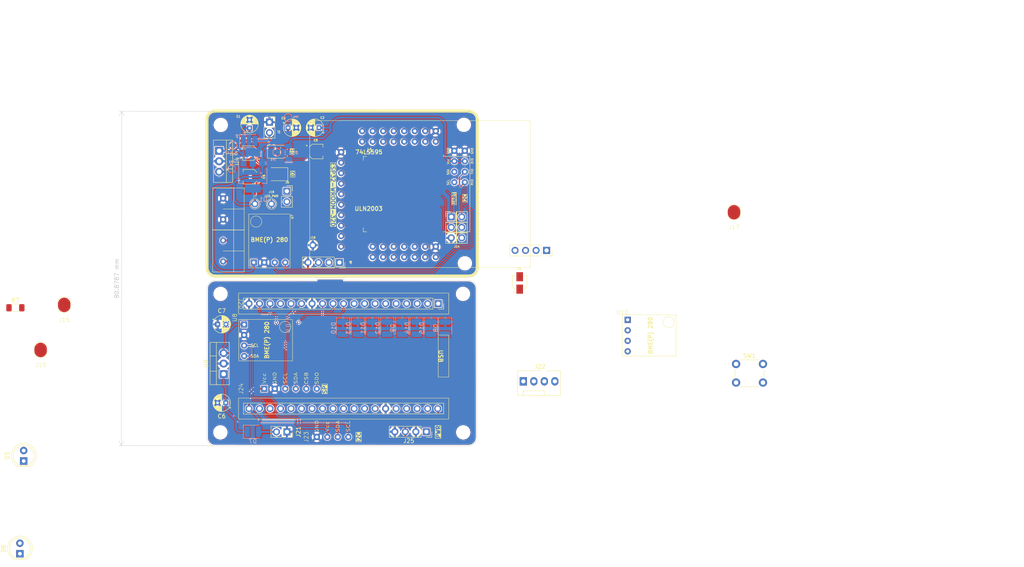
<source format=kicad_pcb>
(kicad_pcb (version 20240108) (generator "pcbnew") (generator_version "8.0")
  (layers (0 "F.Cu" signal) (31 "B.Cu" signal) (34 "B.Paste" user) (35 "F.Paste" user) (36 "B.SilkS" user "B.Silkscreen") (37 "F.SilkS" user "F.Silkscreen") (38 "B.Mask" user) (39 "F.Mask" user) (44 "Edge.Cuts" user))
  (net 0 "")
  (net 1 "GND")
  (net 2 "+3V3")
  (net 3 "+5V")
  (net 4 "/RXD")
  (net 5 "/TXD")
  (net 6 "/SDA")
  (net 7 "/GPIO_33")
  (net 8 "/SCL")
  (net 9 "/OUT3")
  (net 10 "/EN")
  (net 11 "/SOURCE2")
  (net 12 "/SOURCE1")
  (net 13 "/SOURCE3")
  (net 14 "/VDC")
  (net 15 "/DAC1")
  (net 16 "/DAC2")
  (net 17 "/GPIO39")
  (net 18 "/GPIO19")
  (net 19 "/GPIO17")
  (net 20 "/GPIO5")
  (net 21 "/GPIO18")
  (net 22 "/SD_DATA0")
  (net 23 "/ADC2_CH3")
  (net 24 "/SD_DATA3")
  (net 25 "/SD_CMD")
  (net 26 "/SD_CLK")
  (net 27 "/SD_DATA2")
  (net 28 "/SD_DATA1")
  (net 29 "/ADC2_CH0")
  (net 30 "/GPIO23")
  (net 31 "/GPIO36")
  (net 32 "/ADC2_CH2")
  (net 33 "/BOOT")
  (net 34 "/GPIO13")
  (net 35 "/SOURCE4")
  (net 36 "/SOURCE5")
  (net 37 "/SIPO_DATA")
  (net 38 "/SIPO_CLK")
  (net 39 "/SIPO_LATCH")
  (net 40 "/GPIO14")
  (net 41 "/OUT1")
  (net 42 "/VIN")
  (net 45 "Net-(D5-Pad1)")
  (net 46 "Net-(J15-Pin_1)")
  (net 47 "Net-(J19-Pin_1)")
  (net 48 "/OUT2")
  (net 60 "/RX")
  (net 65 "/TX")
  (net 76 "/SCL-2")
  (net 77 "/SDA-2")
  (net 80 "/12V")
  (net 82 "/QB-2")
  (net 83 "/QC-2")
  (net 84 "/QE-2")
  (net 85 "/QA-2")
  (net 86 "/QD-2")
  (net 87 "/QG-2")
  (net 88 "/QH-2")
  (net 89 "/QF-2")
  (net 90 "/SPI-SDO")
  (net 91 "/SPI-CSB")
  (net 92 "/SPI-SCL")
  (net 93 "/SPI-SDA")
  (net 94 "/D23")
  (net 95 "/D18")
  (footprint "Capacitor_THT:CP_Radial_D4.0mm_P2.00mm" (layer "F.Cu") (at 107 44.2 180)
    (property "Reference" "C2")
    (property "Value" "1uF")
  )
  (footprint "LED_SMD:LED_1210_3225Metric_Pad1.42x2.65mm_HandSolder" (layer "F.Cu") (at 97 55.45 180)
    (property "Reference" "D2")
    (property "Value" "STATUS")
  )
  (footprint "Capacitor_SMD:CP_Elec_3x5.3" (layer "F.Cu") (at 90.3 50.35 180)
    (property "Reference" "C4")
    (property "Value" "0.1uF")
  )
  (footprint "Resistor_SMD:R_1206_3216Metric_Pad1.30x1.75mm_HandSolder" (layer "F.Cu") (at 33.612 87.7585)
    (property "Reference" "R7")
    (property "Value" "4K7")
  )
  (footprint "LED_THT:LED_D5.0mm" (layer "F.Cu") (at 34.7 147.25 90)
    (property "Reference" "D6")
    (property "Value" "LED_STATUS")
  )
  (footprint "Button_Switch_THT:SW_PUSH_6mm" (layer "F.Cu") (at 207.8 101.35)
    (property "Reference" "SW1")
    (property "Value" "SW_Push")
  )
  (footprint "Connector:FanPinHeader_1x04_P2.54mm_Vertical" (layer "F.Cu") (at 156.38 105.55)
    (property "Reference" "J22")
    (property "Value" "Conn_01x04_Pin")
  )
  (footprint "Alexander Footprint Library:Pad_1x01_P2.54_SMD" (layer "F.Cu") (at 39.712 102.098)
    (property "Reference" "J19")
    (property "Value" "LED_PWR")
  )
  (footprint "Alexanddr Footprints Library:ESP32-WROOM-Adapter-Socket-2" (layer "F.Cu") (at 127.6 60.25 -90)
    (property "Reference" "J1")
    (property "Value" "~")
  )
  (footprint "Alexander Footprint Library:Pad_1x01_P2.54_SMD" (layer "F.Cu") (at 45.412 91.198)
    (property "Reference" "J15")
    (property "Value" "LED_PWR")
  )
  (footprint "MountingHole:MountingHole_3mm" (layer "F.Cu") (at 142 43.5)
    (property "Reference" "H1" (hide yes))
    (property "Value" "MountingHole_Pad")
  )
  (footprint "Connector_PinSocket_2.54mm:PinSocket_1x02_P2.54mm_Vertical" (layer "F.Cu") (at 99.25 117.775 -90)
    (property "Reference" "J21")
    (property "Value" "PWR")
  )
  (footprint "MountingHole:MountingHole_3mm" (layer "F.Cu") (at 83.25 43.53)
    (property "Reference" "H2" (hide yes))
    (property "Value" "MountingHole_Pad")
  )
  (footprint "Alexander Footprints Library:Conn_Terminal_5mm" (layer "F.Cu") (at 83.82 53.69)
    (property "Reference" "J9" (hide yes))
    (property "Value" "Conn_01x02_Socket")
  )
  (footprint "Alexander Footprint Library:Pad_1x01_P2.54_SMD" (layer "F.Cu") (at 207.3 68.7895)
    (property "Reference" "J17")
    (property "Value" "GND")
  )
  (footprint "MountingHole:MountingHole_3mm" (layer "F.Cu") (at 141.85 117.9)
    (property "Reference" "H4" (hide yes))
    (property "Value" "MountingHole_Pad")
  )
  (footprint "Capacitor_THT:CP_Radial_D4.0mm_P2.00mm" (layer "F.Cu") (at 82.5 91.75)
    (property "Reference" "C7")
    (property "Value" "1uF")
  )
  (footprint "Connector_PinSocket_2.54mm:PinSocket_1x04_P2.54mm_Vertical" (layer "F.Cu") (at 132.94 117.75 -90)
    (property "Reference" "J25")
    (property "Value" "PWR_SATA_Conn_01x04")
  )
  (footprint "Capacitor_SMD:CP_Elec_3x5.3" (layer "F.Cu") (at 90.4 56.05 180)
    (property "Reference" "C9")
    (property "Value" "0.1uF")
  )
  (footprint "Alexander Footprint Library:PinSocket_1x01_P2.54" (layer "F.Cu") (at 91.5 65.19)
    (property "Reference" "J7")
    (property "Value" "LED_PWR")
  )
  (footprint "Alexander Footprint Library:Conn_SPI" (layer "F.Cu") (at 88.68 107.35 90)
    (property "Reference" "J24")
    (property "Value" "~")
  )
  (footprint "Connector_PinSocket_2.54mm:PinSocket_1x02_P2.54mm_Vertical" (layer "F.Cu") (at 95.025 42.85)
    (property "Reference" "J2")
    (property "Value" "PWR")
  )
  (footprint "Connector_PinSocket_2.54mm:PinSocket_1x04_P2.54mm_Vertical" (layer "F.Cu") (at 111.94 76.8 -90)
    (property "Reference" "J6")
    (property "Value" "SOURCE")
  )
  (footprint "MountingHole:MountingHole_3mm" (layer "F.Cu") (at 83.15 117.9)
    (property "Reference" "H4" (hide yes))
    (property "Value" "MountingHole_Pad")
  )
  (footprint "Connector_PinSocket_2.54mm:PinSocket_1x04_P2.54mm_Vertical" (layer "F.Cu") (at 162 73.875 -90)
    (property "Reference" "J10" (hide yes))
    (property "Value" "ADC")
  )
  (footprint "Capacitor_SMD:CP_Elec_3x5.3" (layer "F.Cu") (at 155.5 81.75 90)
    (property "Reference" "C5")
    (property "Value" "0.1uF")
  )
  (footprint "MountingHole:MountingHole_3mm" (layer "F.Cu") (at 141.8 84.4)
    (property "Reference" "H4" (hide yes))
    (property "Value" "MountingHole_Pad")
  )
  (footprint "Capacitor_THT:CP_Radial_D4.0mm_P2.00mm" (layer "F.Cu") (at 99.5 44.2)
    (property "Reference" "C3")
    (property "Value" "1uF")
  )
  (footprint "Alexander Footprint Library:Conn_ESP32_WROOM-DevKit-38pins" (layer "F.Cu") (at 87.54 86.75 -90)
    (property "Reference" "J20")
    (property "Value" "~")
  )
  (footprint "Capacitor_SMD:CP_Elec_3x5.3" (layer "F.Cu") (at 106.2 49.95)
    (property "Reference" "C8")
    (property "Value" "10uF")
  )
  (footprint "Alexander Footprint Library:LD1117" (layer "F.Cu") (at 83.945 103.79 90)
    (property "Reference" "U9")
    (property "Value" "L7805")
  )
  (footprint "Alexander Footprint Library:PinSocket_1x01_P2.54" (layer "F.Cu") (at 95.5 65.19)
    (property "Reference" "J18")
    (property "Value" "LED_PWR")
  )
  (footprint "Alexander Footprint Library:Conn_I2C" (layer "F.Cu") (at 98.84 119 90)
    (property "Reference" "J23")
    (property "Value" "I2C")
  )
  (footprint "Capacitor_THT:CP_Radial_D4.0mm_P2.00mm" (layer "F.Cu") (at 84.4726 110.75 180)
    (property "Reference" "C6")
    (property "Value" "1uF")
  )
  (footprint "Alexander Footprint Library:BME280_BMP280_I2C" (layer "F.Cu") (at 180.3 89.45)
    (property "Reference" "U10")
    (property "Value" "BME(P)280")
  )
  (footprint "MountingHole:MountingHole_3mm" (layer "F.Cu") (at 83.2 84.4)
    (property "Reference" "H4" (hide yes))
    (property "Value" "MountingHole_Pad")
  )
  (footprint "Connector_PinSocket_2.54mm:PinSocket_1x02_P2.54mm_Vertical" (layer "F.Cu") (at 99.225 59.55)
    (property "Reference" "J5")
    (property "Value" "DAC")
  )
  (footprint "Alexander Footprint Library:CONN_2x3" (layer "F.Cu") (at 138.96 60.68)
    (property "Reference" "J14")
    (property "Value" "GPIO")
  )
  (footprint "Alexander Footprints Library:Conn_UART" (layer "F.Cu") (at 139.7 42.15)
    (property "Reference" "J3" (hide yes))
    (property "Value" "UART")
  )
  (footprint "Alexander Footprint Library:PinSocket_1x01_P2.54" (layer "F.Cu") (at 105.5 75.19)
    (property "Reference" "J16")
    (property "Value" "GND")
  )
  (footprint "Capacitor_THT:CP_Radial_D4.0mm_P2.00mm" (layer "F.Cu") (at 90.2 44.3 90)
    (property "Reference" "C1")
    (property "Value" "1uF")
  )
  (footprint "Alexander Footprint Library:BME280_BMP280_I2C" (layer "F.Cu") (at 90 78.1 90)
    (property "Reference" "U7")
    (property "Value" "BME(P)280")
  )
  (footprint "Alexander Footprint Library:LD1117" (layer "F.Cu") (at 82.855 49.77 -90)
    (property "Reference" "U4")
    (property "Value" "L7805")
  )
  (footprint "Alexander Footprints Library:Conn_I2C" (layer "F.Cu") (at 142.24 42.15)
    (property "Reference" "J4" (hide yes))
    (property "Value" "I2C")
  )
  (footprint "LED_THT:LED_D5.0mm" (layer "F.Cu") (at 35.612 124.8335 90)
    (property "Reference" "D5")
    (property "Value" "LED_PWR")
  )
  (footprint "Alexander Footprint Library:BME280_BMP280_I2C" (layer "F.Cu") (at 87.6 90.59)
    (property "Reference" "U8")
    (property "Value" "BME(P)280")
  )
  (footprint "LED_SMD:LED_1210_3225Metric_Pad1.42x2.65mm_HandSolder" (layer "F.Cu") (at 97 50)
    (property "Reference" "D1")
    (property "Value" "PWR")
  )
  (footprint "MountingHole:MountingHole_3mm" (layer "F.Cu") (at 142.25 77)
    (property "Reference" "H4" (hide yes))
    (property "Value" "MountingHole_Pad")
  )
  (footprint "Alexander Footprints Library:Conn_Terminal_5mm" (layer "F.Cu") (at 83.82 63.85)
    (property "Reference" "J8" (hide yes))
    (property "Value" "Conn_01x02_Socket")
  )
  (footprint "TestPoint:TestPoint_Pad_D1.5mm" (layer "B.Cu") (at 99.5 41.75 180)
    (property "Reference" "TP4")
    (property "Value" "5V")
  )
  (footprint "LED_SMD:LED_1210_3225Metric_Pad1.42x2.65mm_HandSolder" (layer "B.Cu") (at 127.1 92.65 -90)
    (property "Reference" "D9")
    (property "Value" "PWR")
  )
  (footprint "TestPoint:TestPoint_Pad_D1.5mm" (layer "B.Cu") (at 96.8 50.15 180)
    (property "Reference" "TP3")
    (property "Value" "3V3")
  )
  (footprint "LED_SMD:LED_1210_3225Metric_Pad1.42x2.65mm_HandSolder" (layer "B.Cu") (at 119.9 92.65 -90)
    (property "Reference" "D11")
    (property "Value" "PWR")
  )
  (footprint "Diode_SMD:D_1210_3225Metric" (layer "B.Cu") (at 91 117.75)
    (property "Reference" "D7")
    (property "Value" "D")
  )
  (footprint "LED_SMD:LED_1210_3225Metric_Pad1.42x2.65mm_HandSolder" (layer "B.Cu") (at 134.1 92.65 -90)
    (property "Reference" "D15")
    (property "Value" "PWR")
  )
  (footprint "Resistor_SMD:R_1206_3216Metric_Pad1.30x1.75mm_HandSolder" (layer "B.Cu") (at 99.7 50.25 -90)
    (property "Reference" "R1")
    (property "Value" "10K")
  )
  (footprint "Diode_SMD:D_1210_3225Metric" (layer "B.Cu") (at 90.1 47.4)
    (property "Reference" "D4")
    (property "Value" "D")
  )
  (footprint "LED_SMD:LED_1210_3225Metric_Pad1.42x2.65mm_HandSolder" (layer "B.Cu") (at 130.6 92.65 -90)
    (property "Reference" "D14")
    (property "Value" "PWR")
  )
  (footprint "TestPoint:TestPoint_Pad_D1.5mm" (layer "B.Cu") (at 86.2 48.45 180)
    (property "Reference" "TP1")
    (property "Value" "VIN")
  )
  (footprint "LED_SMD:LED_1210_3225Metric_Pad1.42x2.65mm_HandSolder" (layer "B.Cu") (at 123.5 92.65 -90)
    (property "Reference" "D12")
    (property "Value" "PWR")
  )
  (footprint "TestPoint:TestPoint_Pad_D1.5mm" (layer "B.Cu") (at 85.9 54.15 180)
    (property "Reference" "TP2")
    (property "Value" "GND")
  )
  (footprint "LED_SMD:LED_1210_3225Metric_Pad1.42x2.65mm_HandSolder" (layer "B.Cu") (at 116.4 92.65 -90)
    (property "Reference" "D13")
    (property "Value" "PWR")
  )
  (footprint "LED_SMD:LED_1210_3225Metric_Pad1.42x2.65mm_HandSolder" (layer "B.Cu") (at 112.8 92.65 -90)
    (property "Reference" "D10")
    (property "Value" "PWR")
  )
  (footprint "Package_TO_SOT_SMD:SOT-223-3_TabPin2" (layer "B.Cu") (at 91 55.75 -90)
    (property "Reference" "U1")
    (property "Value" "MAX1726EUK33")
  )
  (footprint "LED_SMD:LED_1210_3225Metric_Pad1.42x2.65mm_HandSolder" (layer "B.Cu") (at 137.5 92.65 -90)
    (property "Reference" "D8")
    (property "Value" "PWR")
  )
  (gr_line (start 145.25 42.11421) (end 145.25 78.085782) (stroke (width 0.75)) (layer "F.SilkS"))
  (gr_line (start 81.914218 40.164218) (end 143.08579 40.164218) (stroke (width 0.75)) (layer "F.SilkS"))
  (gr_arc (start 145.25 78.085782) (mid 144.66422 79.500007) (end 143.25 80.085782) (stroke (width 0.75)) (layer "F.SilkS"))
  (gr_line (start 79.914218 42.11421) (end 79.914218 78.085782) (stroke (width 0.75)) (layer "F.SilkS"))
  (gr_arc (start 81.914218 80.085782) (mid 80.499999 79.500001) (end 79.914218 78.085782) (stroke (width 0.75)) (layer "F.SilkS"))
  (gr_arc (start 143.25 40.25) (mid 144.664214 40.835786) (end 145.25 42.25) (stroke (width 0.75)) (layer "F.SilkS"))
  (gr_arc (start 79.914218 42.164218) (mid 80.499999 40.749999) (end 81.914218 40.164218) (stroke (width 0.75)) (layer "F.SilkS"))
  (gr_line (start 81.914214 80.085782) (end 143.085786 80.085782) (stroke (width 0.75)) (layer "F.SilkS"))
  (gr_line (start 82.014214 80.235786) (end 106.4 80.25) (stroke (width 0.1)) (layer "Edge.Cuts"))
  (gr_line (start 80 42.25) (end 80.014214 78.235786) (stroke (width 0.1)) (layer "Edge.Cuts"))
  (gr_arc (start 79.921321 83.157107) (mid 80.507106 81.742896) (end 81.921321 81.157107) (stroke (width 0.1)) (layer "Edge.Cuts"))
  (gr_line (start 81.921321 121.128679) (end 143.107107 121.142893) (stroke (width 0.1)) (layer "Edge.Cuts"))
  (gr_arc (start 81.921321 121.128679) (mid 80.507101 120.542899) (end 79.921321 119.128679) (stroke (width 0.1)) (layer "Edge.Cuts"))
  (gr_line (start 143.092893 81.157107) (end 113 81.15) (stroke (width 0.1)) (layer "Edge.Cuts"))
  (gr_arc (start 145.107107 119.142893) (mid 144.521321 120.557107) (end 143.107107 121.142893) (stroke (width 0.1)) (layer "Edge.Cuts"))
  (gr_line (start 106.4 81.15) (end 81.921321 81.157107) (stroke (width 0.1)) (layer "Edge.Cuts"))
  (gr_arc (start 143.185786 40.264214) (mid 144.600004 40.849996) (end 145.185786 42.264214) (stroke (width 0.1)) (layer "Edge.Cuts"))
  (gr_line (start 113 80.25) (end 143.185786 80.235786) (stroke (width 0.1)) (layer "Edge.Cuts"))
  (gr_arc (start 82.014214 80.235786) (mid 80.599996 79.650004) (end 80.014214 78.235786) (stroke (width 0.1)) (layer "Edge.Cuts"))
  (gr_line (start 145.185786 42.264214) (end 145.185786 78.235786) (stroke (width 0.1)) (layer "Edge.Cuts"))
  (gr_arc (start 80 42.25) (mid 80.585786 40.835786) (end 82 40.25) (stroke (width 0.1)) (layer "Edge.Cuts"))
  (gr_line (start 145.107107 119.142893) (end 145.092893 83.157107) (stroke (width 0.1)) (layer "Edge.Cuts"))
  (gr_line (start 79.921321 119.128679) (end 79.921321 83.157107) (stroke (width 0.1)) (layer "Edge.Cuts"))
  (gr_line (start 106.4 81.15) (end 106.4 80.25) (stroke (width 0.1)) (layer "Edge.Cuts"))
  (gr_arc (start 145.185786 78.235786) (mid 144.600004 79.650004) (end 143.185786 80.235786) (stroke (width 0.1)) (layer "Edge.Cuts"))
  (gr_arc (start 143.092893 81.157107) (mid 144.507112 81.742888) (end 145.092893 83.157107) (stroke (width 0.1)) (layer "Edge.Cuts"))
  (gr_line (start 113 81.15) (end 113 80.25) (stroke (width 0.1)) (layer "Edge.Cuts"))
  (gr_line (start 143.185786 40.264214) (end 82 40.25) (stroke (width 0.1)) (layer "Edge.Cuts"))
  (gr_text "SCL" (at 90.4 96.85 0) (layer "F.SilkS") (effects (font (size 0.7 0.7) (thickness 0.125) (bold yes)) (justify left)))
  (gr_text "SDA" (at 90.4 99.45 0) (layer "F.SilkS") (effects (font (size 0.7 0.7) (thickness 0.125) (bold yes)) (justify left)))
  (gr_text "PWR" (at 136.4 119.55 90) (layer "F.SilkS" knockout) (effects (font (size 1 1) (thickness 0.25) (bold yes)) (justify left bottom)))
  (gr_text "74LS595" (at 119.057143 50.1 0) (layer "F.SilkS") (effects (font (size 1 1) (thickness 0.2) (bold yes))))
  (gr_text "ULN2003" (at 115.5 64.374 0) (layer "F.SilkS") (effects (font (size 1 1) (thickness 0.2) (bold yes)) (justify left bottom)))
  (dimension (type aligned) (layer "Edge.Cuts") (pts (xy 81.921321 121.128679) (xy 82 40.25)) (height -22.6907) (gr_text "80.8787 mm" (at 58.119973 80.666146 89.94426182) (layer "Edge.Cuts") (effects (font (size 1 1) (thickness 0.15)))) (format (prefix "") (suffix "") (units 3) (units_format 1) (precision 4)) (style (thickness 0.1) (arrow_length 1.27) (text_position_mode 0) (extension_height 0.58642) (extension_offset 0.5) keep_text_aligned))
  (segment (start 84.21 66) (end 83.82 66.39) (width 0.5) (layer "F.Cu") (net 1))
  (segment (start 91.5 59.65) (end 91.9 59.25) (width 0.5) (layer "F.Cu") (net 2))
  (segment (start 90.08 108.57) (end 90.08 112.15) (width 0.5) (layer "F.Cu") (net 2))
  (segment (start 91.3 107.35) (end 90.08 108.57) (width 0.5) (layer "F.Cu") (net 2))
  (segment (start 91.9 59.25) (end 91.9 56.05) (width 0.5) (layer "F.Cu") (net 2))
  (segment (start 93.76 107.35) (end 91.3 107.35) (width 0.5) (layer "F.Cu") (net 2))
  (segment (start 91.5 62.62) (end 91.5 59.65) (width 0.5) (layer "F.Cu") (net 2))
  (segment (start 96.075 48.7) (end 97.525 48.7) (width 0.5) (layer "B.Cu") (net 2))
  (segment (start 109.408578 44.2) (end 107 44.2) (width 0.5) (layer "B.Cu") (net 2))
  (segment (start 93.21 115.25) (end 101 115.25) (width 0.5) (layer "B.Cu") (net 2))
  (segment (start 81.3 75.997918) (end 81.3 59.75104) (width 0.5) (layer "B.Cu") (net 2))
  (segment (start 93.3 54.905025) (end 93.3 52.6) (width 0.5) (layer "B.Cu") (net 2))
  (segment (start 100 48.7) (end 100 48.03033) (width 0.5) (layer "B.Cu") (net 2))
  (segment (start 139.13 52.31) (end 139.7 52.31) (width 0.5) (layer "B.Cu") (net 2))
  (segment (start 138.156949 51.906949) (end 138.03 51.78) (width 0.5) (layer "B.Cu") (net 2))
  (segment (start 109 117.5) (end 109 119) (width 0.5) (layer "B.Cu") (net 2))
  (segment (start 84.202081 78.9) (end 89.990883 78.9) (width 0.5) (layer "B.Cu") (net 2))
  (segment (start 109.75 45) (end 109.75 44.141421) (width 0.5) (layer "B.Cu") (net 2))
  (segment (start 109.75 43.858578) (end 109.75 44.141421) (width 0.5) (layer "B.Cu") (net 2))
  (segment (start 104.722182 46.75) (end 106.277817 46.75) (width 0.5) (layer "B.Cu") (net 2))
  (segment (start 139.7 52.31) (end 142.24 52.31) (width 0.5) (layer "B.Cu") (net 2))
  (segment (start 137.5 50.500466) (end 137.5 43.883883) (width 0.5) (layer "B.Cu") (net 2))
  (segment (start 88.207106 62.75) (end 91.5 62.75) (width 0.5) (layer "B.Cu") (net 2))
  (segment (start 86.5 61.042893) (end 86.5 57.5) (width 0.5) (layer "B.Cu") (net 2))
  (segment (start 106.277817 46.75) (end 108 46.75) (width 0.5) (layer "B.Cu") (net 2))
  (segment (start 101 115.25) (end 102.5 116.75) (width 0.5) (layer "B.Cu") (net 2))
  (segment (start 91.22 77.670883) (end 91.22 76.8) (width 0.5) (layer "B.Cu") (net 2))
  (segment (start 89.455634 56.1) (end 92.105025 56.1) (width 0.5) (layer "B.Cu") (net 2))
  (segment (start 96.075 48.7) (end 95.177817 48.7) (width 0.5) (layer "B.Cu") (net 2))
  (segment (start 90.11 112.15) (end 93.21 115.25) (width 0.5) (layer "B.Cu") (net 2))
  (segment (start 108.25 116.75) (end 109 117.5) (width 0.5) (layer "B.Cu") (net 2))
  (segment (start 104.722182 46.75) (end 101.28033 46.75) (width 0.5) (layer "B.Cu") (net 2))
  (segment (start 108 46.75) (end 109.75 45) (width 0.5) (layer "B.Cu") (net 2))
  (segment (start 96.8 49.425) (end 96.8 50.15) (width 0.25) (layer "B.Cu") (net 2))
  (segment (start 109.75 43.625) (end 109.75 43.858578) (width 0.5) (layer "B.Cu") (net 2))
  (segment (start 110.015165 42.984834) (end 110.5 42.5) (width 0.5) (layer "B.Cu") (net 2))
  (segment (start 93.3 52.6) (end 93.3 50.577817) (width 0.5) (layer "B.Cu") (net 2))
  (segment (start 82.75104 58.3) (end 84.144365 58.3) (width 0.5) (layer "B.Cu") (net 2))
  (segment (start 102.5 116.75) (end 108.25 116.75) (width 0.5) (layer "B.Cu") (net 2))
  (segment (start 112.31066 41.75) (end 135.366116 41.75) (width 0.5) (layer "B.Cu") (net 2))
  (segment (start 100 48.7) (end 97.525 48.7) (width 0.5) (layer "B.Cu") (net 2))
  (arc (start 136.875 42.375) (mid 137.337567 43.067281) (end 137.5 43.883883) (width 0.5) (layer "B.Cu") (net 2))
  (arc (start 137.5 50.500466) (mid 137.637742 51.192944) (end 138.03 51.78) (width 0.5) (layer "B.Cu") (net 2))
  (arc (start 93.3 54.905025) (mid 93.209037 55.362322) (end 92.95 55.75) (width 0.5) (layer "B.Cu") (net 2))
  (arc (start 86.8 57.2) (mid 85.581584 58.014119) (end 84.144365 58.3) (width 0.5) (layer "B.Cu") (net 2))
  (arc (start 89.455634 56.1) (mid 88.018415 56.38588) (end 86.8 57.2) (width 0.5) (layer "B.Cu") (net 2))
  (arc (start 86.5 61.042893) (mid 86.629945 61.696174) (end 87 62.25) (width 0.5) (layer "B.Cu") (net 2))
  (arc (start 82.75104 58.3) (mid 82.195751 58.410453) (end 81.725 58.725) (width 0.5) (layer "B.Cu") (net 2))
  (arc (start 92.95 55.75) (mid 92.562322 56.009037) (end 92.105025 56.1) (width 0.5) (layer "B.Cu") (net 2))
  (arc (start 95.177817 48.7) (mid 94.459207 48.84294) (end 93.85 49.25) (width 0.5) (layer "B.Cu") (net 2))
  (arc (start 96.8 49.425) (mid 96.587652 48.912347) (end 96.075 48.7) (width 0.25) (layer "B.Cu") (net 2))
  (arc (start 82.15 78.05) (mid 83.091502 78.679092) (end 84.202081 78.9) (width 0.5) (layer "B.Cu") (net 2))
  (arc (start 110.015165 42.984834) (mid 109.818914 43.278544) (end 109.75 43.625) (width 0.5) (layer "B.Cu") (net 2))
  (arc (start 109.75 44.141421) (mid 109.713838 44.087301) (end 109.65 44.1) (width 0.5) (layer "B.Cu") (net 2))
  (arc (start 136.875 42.375) (mid 136.182718 41.912432) (end 135.366116 41.75) (width 0.5) (layer "B.Cu") (net 2))
  (arc (start 93.85 49.25) (mid 93.44294 49.859207) (end 93.3 50.577817) (width 0.5) (layer "B.Cu") (net 2))
  (arc (start 90.86 78.54) (mid 90.461245 78.806439) (end 89.990883 78.9) (width 0.5) (layer "B.Cu") (net 2))
  (arc (start 109.65 44.1) (mid 109.539234 44.17401) (end 109.408578 44.2) (width 0.5) (layer "B.Cu") (net 2))
  (arc (start 87 62.25) (mid 87.553825 62.620054) (end 88.207106 62.75) (width 0.5) (layer "B.Cu") (net 2))
  (arc (start 81.725 58.725) (mid 81.410453 59.195751) (end 81.3 59.75104) (width 0.5) (layer "B.Cu") (net 2))
  (arc (start 138.156949 51.906949) (mid 138.603388 52.20525) (end 139.13 52.31) (width 0.5) (layer "B.Cu") (net 2))
  (arc (start 101.28033 46.75) (mid 100.790368 46.847459) (end 100.375 47.125) (width 0.5) (layer "B.Cu") (net 2))
  (arc (start 91.22 77.670883) (mid 91.126439 78.141245) (end 90.86 78.54) (width 0.5) (layer "B.Cu") (net 2))
  (arc (start 109.65 44.1) (mid 109.72401 43.989234) (end 109.75 43.858578) (width 0.5) (layer "B.Cu") (net 2))
  (arc (start 112.31066 41.75) (mid 111.330737 41.944918) (end 110.5 42.5) (width 0.5) (layer "B.Cu") (net 2))
  (arc (start 100.375 47.125) (mid 100.097459 47.540368) (end 100 48.03033) (width 0.5) (layer "B.Cu") (net 2))
  (arc (start 81.3 75.997918) (mid 81.520907 77.108496) (end 82.15 78.05) (width 0.5) (layer "B.Cu") (net 2))
  (segment (start 99.5 45.693413) (end 99.5 44.2) (width 0.5) (layer "F.Cu") (net 3))
  (segment (start 98.6375 46.9625) (end 99.2125 46.3875) (width 0.5) (layer "F.Cu") (net 3))
  (segment (start 83.945 98.71) (end 86.21 98.71) (width 0.5) (layer "F.Cu") (net 3))
  (segment (start 86.75 99.25) (end 86.75 100) (width 0.5) (layer "F.Cu") (net 3))
  (segment (start 127.86 116.39) (end 129 115.25) (width 0.5) (layer "F.Cu") (net 3))
  (segment (start 129 115.25) (end 135.25 115.25) (width 0.5) (layer "F.Cu") (net 3))
  (segment (start 135.81 114.69) (end 135.81 112.15) (width 0.5) (layer "F.Cu") (net 3))
  (segment (start 86.75 114.25) (end 87.75 115.25) (width 0.5) (layer "F.Cu") (net 3))
  (segment (start 86.75 100) (end 86.75 114.25) (width 0.5) (layer "F.Cu") (net 3))
  (segment (start 88.1 47.25) (end 97.943413 47.25) (width 0.5) (layer "F.Cu") (net 3))
  (segment (start 84.9 54.85) (end 85.4 54.35) (width 0.5) (layer "F.Cu") (net 3))
  (segment (start 85.4 54.35) (end 85.4 49.95) (width 0.5) (layer "F.Cu") (net 3))
  (segment (start 127.86 118.65) (end 127.86 116.39) (width 0.5) (layer "F.Cu") (net 3))
  (segment (start 86.21 98.71) (end 86.75 99.25) (width 0.5) (layer "F.Cu") (net 3))
  (segment (start 135.25 115.25) (end 135.81 114.69) (width 0.5) (layer "F.Cu") (net 3))
  (segment (start 82.855 54.85) (end 84.9 54.85) (width 0.5) (layer "F.Cu") (net 3))
  (segment (start 85.4 49.95) (end 88.1 47.25) (width 0.5) (layer "F.Cu") (net 3))
  (segment (start 87.75 115.25) (end 129 115.25) (width 0.5) (layer "F.Cu") (net 3))
  (arc (start 97.943413 47.25) (mid 98.31905 47.175281) (end 98.6375 46.9625) (width 0.5) (layer "F.Cu") (net 3))
  (arc (start 99.5 45.693413) (mid 99.425281 46.06905) (end 99.2125 46.3875) (width 0.5) (layer "F.Cu") (net 3))
  (segment (start 83.945 97.305) (end 84.5 96.75) (width 0.5) (layer "B.Cu") (net 3))
  (segment (start 84.5 94.05) (end 84.5 91.75) (width 0.5) (layer "B.Cu") (net 3))
  (segment (start 88.9 91.81) (end 86.74 91.81) (width 0.5) (layer "B.Cu") (net 3))
  (segment (start 83.945 98.71) (end 83.945 97.305) (width 0.5) (layer "B.Cu") (net 3))
  (segment (start 86.74 91.81) (end 84.5 94.05) (width 0.5) (layer "B.Cu") (net 3))
  (segment (start 84.5 96.75) (end 84.5 94.05) (width 0.5) (layer "B.Cu") (net 3))
  (segment (start 99.5 42.25) (end 99.5 44.2) (width 0.25) (layer "B.Cu") (net 3))
  (segment (start 139.7 57.35) (end 139.7 57.39) (width 0.25) (layer "F.Cu") (net 4))
  (segment (start 140.3 57.45) (end 139.3 57.45) (width 0.25) (layer "F.Cu") (net 4))
  (segment (start 139.7 54.85) (end 139.5 54.85) (width 0.25) (layer "F.Cu") (net 5))
  (segment (start 138.59 58.55) (end 140.4 58.55) (width 0.25) (layer "F.Cu") (net 6))
  (segment (start 138 57.96) (end 138.59 58.55) (width 0.25) (layer "F.Cu") (net 6))
  (segment (start 140.9 56.19) (end 142.24 54.85) (width 0.25) (layer "F.Cu") (net 6))
  (segment (start 140.9 58.05) (end 140.9 56.19) (width 0.25) (layer "F.Cu") (net 6))
  (segment (start 138 56.286396) (end 138 57.96) (width 0.25) (layer "F.Cu") (net 6))
  (segment (start 142.24 54.85) (end 142.24 55.51) (width 0.25) (layer "F.Cu") (net 6))
  (segment (start 140.4 58.55) (end 140.9 58.05) (width 0.25) (layer "F.Cu") (net 6))
  (segment (start 141.79 58.74) (end 141 57.95) (width 0.25) (layer "B.Cu") (net 6))
  (segment (start 140.418198 72.781802) (end 143.281802 72.781802) (width 0.25) (layer "B.Cu") (net 6))
  (segment (start 98.84 76.8) (end 98.84 78.09) (width 0.25) (layer "B.Cu") (net 6))
  (segment (start 143.55 64.45) (end 141.79 62.69) (width 0.25) (layer "B.Cu") (net 6))
  (segment (start 134.55 78.65) (end 140.418198 72.781802) (width 0.25) (layer "B.Cu") (net 6))
  (segment (start 141.79 62.69) (end 141.79 58.74) (width 0.25) (layer "B.Cu") (net 6))
  (segment (start 141 56.09) (end 142.24 54.85) (width 0.25) (layer "B.Cu") (net 6))
  (segment (start 98.84 78.09) (end 99.4 78.65) (width 0.25) (layer "B.Cu") (net 6))
  (segment (start 99.4 78.65) (end 134.55 78.65) (width 0.25) (layer "B.Cu") (net 6))
  (segment (start 143.281802 72.781802) (end 143.55 72.513604) (width 0.25) (layer "B.Cu") (net 6))
  (segment (start 143.55 72.513604) (end 143.55 64.45) (width 0.25) (layer "B.Cu") (net 6))
  (segment (start 141 57.95) (end 141 56.09) (width 0.25) (layer "B.Cu") (net 6))
  (segment (start 137.55 58.146396) (end 138.403604 59) (width 0.25) (layer "F.Cu") (net 8))
  (segment (start 140.63 59) (end 142.24 57.39) (width 0.25) (layer "F.Cu") (net 8))
  (segment (start 137.55 56.55) (end 137.55 58.146396) (width 0.25) (layer "F.Cu") (net 8))
  (segment (start 138.403604 59) (end 140.63 59) (width 0.25) (layer "F.Cu") (net 8))
  (segment (start 143.4 73.3) (end 144 72.7) (width 0.25) (layer "B.Cu") (net 8))
  (segment (start 96.95 79.1) (end 134.8 79.1) (width 0.25) (layer "B.Cu") (net 8))
  (segment (start 96.3 76.8) (end 96.3 78.45) (width 0.25) (layer "B.Cu") (net 8))
  (segment (start 144 72.7) (end 144 64.263604) (width 0.25) (layer "B.Cu") (net 8))
  (segment (start 142.24 62.503604) (end 142.24 57.39) (width 0.25) (layer "B.Cu") (net 8))
  (segment (start 96.3 78.45) (end 96.95 79.1) (width 0.25) (layer "B.Cu") (net 8))
  (segment (start 134.8 79.1) (end 140.6 73.3) (width 0.25) (layer "B.Cu") (net 8))
  (segment (start 144 64.263604) (end 142.24 62.503604) (width 0.25) (layer "B.Cu") (net 8))
  (segment (start 140.6 73.3) (end 143.4 73.3) (width 0.25) (layer "B.Cu") (net 8))
  (segment (start 91.8 52.25) (end 92.3 52.75) (width 0.25) (layer "F.Cu") (net 10))
  (segment (start 92.3 52.75) (end 103.27 52.75) (width 0.25) (layer "F.Cu") (net 10))
  (segment (start 91.8 50.35) (end 91.8 52.25) (width 0.25) (layer "F.Cu") (net 10))
  (segment (start 100 51.8) (end 103.9 51.8) (width 0.25) (layer "B.Cu") (net 10))
  (segment (start 86.37 71.47) (end 88 73.1) (width 0.5) (layer "F.Cu") (net 11))
  (segment (start 88 73.1) (end 99 73.1) (width 0.5) (layer "F.Cu") (net 11))
  (segment (start 83.82 71.47) (end 86.37 71.47) (width 0.5) (layer "F.Cu") (net 11))
  (segment (start 86.275 76.55) (end 88.075 74.75) (width 0.5) (layer "F.Cu") (net 12))
  (segment (start 83.82 76.55) (end 86.275 76.55) (width 0.5) (layer "F.Cu") (net 12))
  (segment (start 88.075 74.75) (end 99.75 74.75) (width 0.5) (layer "F.Cu") (net 12))
  (segment (start 96.71 117.775) (end 92.425 117.775) (width 0.5) (layer "B.Cu") (net 14))
  (segment (start 92.425 117.775) (end 92.4 117.75) (width 0.5) (layer "B.Cu") (net 14))
  (segment (start 95.025 46.674479) (end 95.025 45.39) (width 0.5) (layer "B.Cu") (net 14))
  (segment (start 94.299479 47.4) (end 91.5 47.4) (width 0.5) (layer "B.Cu") (net 14))
  (arc (start 95.025 46.674479) (mid 94.969773 46.952124) (end 94.8125 47.1875) (width 0.5) (layer "B.Cu") (net 14))
  (arc (start 94.8125 47.1875) (mid 94.577124 47.344773) (end 94.299479 47.4) (width 0.5) (layer "B.Cu") (net 14))
  (segment (start 141.5 68.3) (end 140.2 67) (width 0.25) (layer "B.Cu") (net 18))
  (segment (start 140.2 67) (end 140.2 60.5) (width 0.25) (layer "B.Cu") (net 18))
  (segment (start 141.5 70.84) (end 140.16 69.5) (width 0.25) (layer "B.Cu") (net 19))
  (segment (start 137.7 69.5) (end 137.1 68.9) (width 0.25) (layer "B.Cu") (net 19))
  (segment (start 140.16 69.5) (end 137.7 69.5) (width 0.25) (layer "B.Cu") (net 19))
  (segment (start 137.1 68.9) (end 137.1 63.84) (width 0.25) (layer "B.Cu") (net 19))
  (segment (start 137.1 63.84) (end 136.66 63.4) (width 0.25) (layer "B.Cu") (net 19))
  (segment (start 138.96 65.76) (end 138.96 60.61) (width 0.25) (layer "B.Cu") (net 20))
  (segment (start 138.96 60.61) (end 137.88 59.53) (width 0.25) (layer "B.Cu") (net 20))
  (segment (start 127.5 73.6) (end 128.2 72.9) (width 0.25) (layer "F.Cu") (net 21))
  (segment (start 138.96 68.3) (end 137.6 66.94) (width 0.25) (layer "B.Cu") (net 21))
  (segment (start 137.6 66.94) (end 137.6 61.65) (width 0.25) (layer "B.Cu") (net 21))
  (segment (start 137.6 61.65) (end 136.75 60.8) (width 0.25) (layer "B.Cu") (net 21))
  (segment (start 141.34 62.876396) (end 141.34 60.89) (width 0.25) (layer "B.Cu") (net 30))
  (segment (start 141.5 63.036396) (end 141.34 62.876396) (width 0.25) (layer "B.Cu") (net 30))
  (segment (start 141.5 65.76) (end 141.5 63.036396) (width 0.25) (layer "B.Cu") (net 30))
  (segment (start 104.06 64.66) (end 103.2 64.66) (width 0.25) (layer "F.Cu") (net 40))
  (segment (start 103.2 64.66) (end 103.11 64.66) (width 0.25) (layer "F.Cu") (net 40))
  (segment (start 95.5 54.8625) (end 95.5125 54.85) (width 0.25) (layer "F.Cu") (net 40))
  (segment (start 95.5 62.75) (end 95.5 64.15) (width 0.25) (layer "F.Cu") (net 40))
  (segment (start 95.5 55.4625) (end 95.5125 55.45) (width 0.25) (layer "F.Cu") (net 40))
  (segment (start 95.5 62.62) (end 95.5 55.4625) (width 0.25) (layer "F.Cu") (net 40))
  (segment (start 96.01 64.66) (end 103.2 64.66) (width 0.25) (layer "F.Cu") (net 40))
  (segment (start 95.5 64.15) (end 96.01 64.66) (width 0.25) (layer "F.Cu") (net 40))
  (segment (start 89.5 46.25) (end 87.71 46.25) (width 0.5) (layer "F.Cu") (net 42))
  (segment (start 87.71 46.25) (end 84.19 49.77) (width 0.5) (layer "F.Cu") (net 42))
  (segment (start 90.2 45.55) (end 89.5 46.25) (width 0.5) (layer "F.Cu") (net 42))
  (segment (start 84.19 49.77) (end 82.855 49.77) (width 0.5) (layer "F.Cu") (net 42))
  (segment (start 90.2 44.3) (end 90.2 45.55) (width 0.5) (layer "F.Cu") (net 42))
  (segment (start 88.7 50.546446) (end 88.7 51.253553) (width 0.5) (layer "B.Cu") (net 42))
  (segment (start 84.4726 112.4726) (end 84.4726 109.5) (width 0.5) (layer "B.Cu") (net 42))
  (segment (start 88.7 45.153553) (end 88.7 47.4) (width 0.5) (layer "B.Cu") (net 42))
  (segment (start 86.2 49.11) (end 86.2 48.45) (width 0.25) (layer "B.Cu") (net 42))
  (segment (start 88.45 50.65) (end 88.2 50.4) (width 0.5) (layer "B.Cu") (net 42))
  (segment (start 88.7 50.546446) (end 88.7 47.4) (width 0.5) (layer "B.Cu") (net 42))
  (segment (start 84.4726 107.0826) (end 83.945 106.555) (width 0.5) (layer "B.Cu") (net 42))
  (segment (start 83.945 106.555) (end 83.945 103.79) (width 0.5) (layer "B.Cu") (net 42))
  (segment (start 88.45 50.65) (end 88.054368 50.254368) (width 0.5) (layer "B.Cu") (net 42))
  (segment (start 87.5 117.75) (end 87 117.25) (width 0.5) (layer "B.Cu") (net 42))
  (segment (start 89.553553 44.3) (end 90.2 44.3) (width 0.5) (layer "B.Cu") (net 42))
  (segment (start 84.4726 109.5) (end 84.4726 107.0826) (width 0.5) (layer "B.Cu") (net 42))
  (segment (start 88.7 51.253553) (end 88.7 52.6) (width 0.5) (layer "B.Cu") (net 42))
  (segment (start 89.6 117.75) (end 87.5 117.75) (width 0.5) (layer "B.Cu") (net 42))
  (segment (start 87 117.25) (end 87 115) (width 0.5) (layer "B.Cu") (net 42))
  (segment (start 87 115) (end 84.4726 112.4726) (width 0.5) (layer "B.Cu") (net 42))
  (segment (start 86.86 49.77) (end 85.54 49.77) (width 0.5) (layer "B.Cu") (net 42))
  (segment (start 86.885 49.77) (end 86.86 49.77) (width 0.5) (layer "B.Cu") (net 42))
  (segment (start 85.54 49.77) (end 82.855 49.77) (width 0.5) (layer "B.Cu") (net 42))
  (arc (start 89.553553 44.3) (mid 89.226912 44.364972) (end 88.95 44.55) (width 0.5) (layer "B.Cu") (net 42))
  (arc (start 86.2 49.11) (mid 86.393309 49.57669) (end 86.86 49.77) (width 0.25) (layer "B.Cu") (net 42))
  (arc (start 88.7 51.253553) (mid 88.635027 50.926912) (end 88.45 50.65) (width 0.5) (layer "B.Cu") (net 42))
  (arc (start 88.45 50.65) (mid 88.45 50.65) (end 88.45 50.65) (width 0.5) (layer "B.Cu") (net 42))
  (arc (start 88.45 50.65) (mid 88.609596 50.681745) (end 88.7 50.546446) (width 0.5) (layer "B.Cu") (net 42))
  (arc (start 88.054368 50.254368) (mid 87.517857 49.895883) (end 86.885 49.77) (width 0.5) (layer "B.Cu") (net 42))
  (arc (start 88.95 44.55) (mid 88.764972 44.826912) (end 88.7 45.153553) (width 0.5) (layer "B.Cu") (net 42))
  (segment (start 90.56 96.89) (end 88.9 96.89) (width 0.25) (layer "F.Cu") (net 76))
  (segment (start 92.413604 89.7) (end 90.9 91.213604) (width 0.25) (layer "F.Cu") (net 76))
  (segment (start 95.16 86.75) (end 95.16 89.19) (width 0.25) (layer "F.Cu") (net 76))
  (segment (start 90.9 91.213604) (end 90.9 96.55) (width 0.25) (layer "F.Cu") (net 76))
  (segment (start 95.19 86.75) (end 95.16 86.75) (width 0.25) (layer "F.Cu") (net 76))
  (segment (start 90.9 96.55) (end 90.56 96.89) (width 0.25) (layer "F.Cu") (net 76))
  (segment (start 94.65 89.7) (end 92.413604 89.7) (width 0.25) (layer "F.Cu") (net 76))
  (segment (start 95.16 89.19) (end 94.65 89.7) (width 0.25) (layer "F.Cu") (net 76))
  (segment (start 96.5 110.65) (end 96.5 113.425) (width 0.25) (layer "B.Cu") (net 76))
  (segment (start 96.5 113.425) (end 97.3 114.225) (width 0.25) (layer "B.Cu") (net 76))
  (segment (start 90.54 96.89) (end 90.9 97.25) (width 0.25) (layer "B.Cu") (net 76))
  (segment (start 102.975 115.725) (end 113.175 115.725) (width 0.25) (layer "B.Cu") (net 76))
  (segment (start 88.9 96.89) (end 90.54 96.89) (width 0.25) (layer "B.Cu") (net 76))
  (segment (start 95.4 109.55) (end 96.5 110.65) (width 0.25) (layer "B.Cu") (net 76))
  (segment (start 91.3 109.55) (end 95.4 109.55) (width 0.25) (layer "B.Cu") (net 76))
  (segment (start 97.3 114.225) (end 101.475 114.225) (width 0.25) (layer "B.Cu") (net 76))
  (segment (start 90.9 97.25) (end 90.9 109.15) (width 0.25) (layer "B.Cu") (net 76))
  (segment (start 101.475 114.225) (end 102.975 115.725) (width 0.25) (layer "B.Cu") (net 76))
  (segment (start 114.08 116.63) (end 114.08 119) (width 0.25) (layer "B.Cu") (net 76))
  (segment (start 113.175 115.725) (end 114.08 116.63) (width 0.25) (layer "B.Cu") (net 76))
  (segment (start 90.9 109.15) (end 91.3 109.55) (width 0.25) (layer "B.Cu") (net 76))
  (segment (start 90.6 97.486396) (end 90.6 98.85) (width 0.25) (layer "F.Cu") (net 77))
  (segment (start 90.02 99.43) (end 88.9 99.43) (width 0.25) (layer "F.Cu") (net 77))
  (segment (start 102.81 86.75) (end 99.41 90.15) (width 0.25) (layer "F.Cu") (net 77))
  (segment (start 91.35 91.4) (end 91.35 96.736396) (width 0.25) (layer "F.Cu") (net 77))
  (segment (start 99.41 90.15) (end 92.6 90.15) (width 0.25) (layer "F.Cu") (net 77))
  (segment (start 91.35 96.736396) (end 90.6 97.486396) (width 0.25) (layer "F.Cu") (net 77))
  (segment (start 90.6 98.85) (end 90.02 99.43) (width 0.25) (layer "F.Cu") (net 77))
  (segment (start 92.6 90.15) (end 91.35 91.4) (width 0.25) (layer "F.Cu") (net 77))
  (segment (start 111.54 116.99) (end 111.54 119) (width 0.25) (layer "B.Cu") (net 77))
  (segment (start 93.9 110.75) (end 93.9 113.65) (width 0.25) (layer "B.Cu") (net 77))
  (segment (start 93.9 113.65) (end 94.925 114.675) (width 0.25) (layer "B.Cu") (net 77))
  (segment (start 89.98 99.43) (end 90.42 99.87) (width 0.25) (layer "B.Cu") (net 77))
  (segment (start 102.75 116.175) (end 110.725 116.175) (width 0.25) (layer "B.Cu") (net 77))
  (segment (start 94.925 114.675) (end 101.25 114.675) (width 0.25) (layer "B.Cu") (net 77))
  (segment (start 110.725 116.175) (end 111.54 116.99) (width 0.25) (layer "B.Cu") (net 77))
  (segment (start 90.42 109.37) (end 91.1 110.05) (width 0.25) (layer "B.Cu") (net 77))
  (segment (start 101.25 114.675) (end 102.75 116.175) (width 0.25) (layer "B.Cu") (net 77))
  (segment (start 93.2 110.05) (end 93.9 110.75) (width 0.25) (layer "B.Cu") (net 77))
  (segment (start 91.1 110.05) (end 93.2 110.05) (width 0.25) (layer "B.Cu") (net 77))
  (segment (start 88.9 99.43) (end 89.98 99.43) (width 0.25) (layer "B.Cu") (net 77))
  (segment (start 90.42 99.87) (end 90.42 109.37) (width 0.25) (layer "B.Cu") (net 77))
  (segment (start 97.6 94.85) (end 97.6 93.85) (width 0.25) (layer "F.Cu") (net 90))
  (segment (start 107.86 92.79) (end 107.86 86.75) (width 0.25) (layer "F.Cu") (net 90))
  (segment (start 106.46 103.71) (end 97.6 94.85) (width 0.25) (layer "F.Cu") (net 90))
  (segment (start 106.46 107.35) (end 106.46 103.71) (width 0.25) (layer "F.Cu") (net 90))
  (segment (start 107.3 93.35) (end 107.86 92.79) (width 0.25) (layer "F.Cu") (net 90))
  (segment (start 97.6 93.85) (end 98.1 93.35) (width 0.25) (layer "F.Cu") (net 90))
  (segment (start 98.1 93.35) (end 107.3 93.35) (width 0.25) (layer "F.Cu") (net 90))
  (segment (start 102.1 91.25) (end 101.3 92.05) (width 0.25) (layer "F.Cu") (net 91))
  (segment (start 101.3 92.05) (end 97.8 92.05) (width 0.25) (layer "F.Cu") (net 91))
  (segment (start 97.15 95.036396) (end 103.92 101.806396) (width 0.25) (layer "F.Cu") (net 91))
  (segment (start 97.8 92.05) (end 97.15 92.7) (width 0.25) (layer "F.Cu") (net 91))
  (segment (start 97.15 92.7) (end 97.15 95.036396) (width 0.25) (layer "F.Cu") (net 91))
  (segment (start 103.92 101.806396) (end 103.92 107.35) (width 0.25) (layer "F.Cu") (net 91))
  (via (at 102.1 91.25) (size 0.8) (drill 0.4) (layers "F.Cu" "B.Cu") (net 91))
  (segment (start 104 89.35) (end 112.2 89.35) (width 0.25) (layer "B.Cu") (net 91))
  (segment (start 102.1 91.25) (end 104 89.35) (width 0.25) (layer "B.Cu") (net 91))
  (segment (start 112.2 89.35) (end 112.94 88.61) (width 0.25) (layer "B.Cu") (net 91))
  (segment (start 112.94 88.61) (end 112.94 86.75) (width 0.25) (layer "B.Cu") (net 91))
  (segment (start 98.84 96.11) (end 98.84 107.35) (width 0.25) (layer "B.Cu") (net 92))
  (segment (start 109.8 88.85) (end 100.2 88.85) (width 0.25) (layer "B.Cu") (net 92))
  (segment (start 110.4 86.75) (end 110.4 88.25) (width 0.25) (layer "B.Cu") (net 92))
  (segment (start 100.2 88.85) (end 99.5 89.55) (width 0.25) (layer "B.Cu") (net 92))
  (segment (start 99.5 89.55) (end 99.5 95.45) (width 0.25) (layer "B.Cu") (net 92))
  (segment (start 110.4 88.25) (end 109.8 88.85) (width 0.25) (layer "B.Cu") (net 92))
  (segment (start 99.5 95.45) (end 98.84 96.11) (width 0.25) (layer "B.Cu") (net 92))
  (segment (start 96.7 91.35) (end 96.7 95.222792) (width 0.25) (layer "F.Cu") (net 93))
  (segment (start 96.7 95.222792) (end 101.38 99.902792) (width 0.25) (layer "F.Cu") (net 93))
  (segment (start 101.38 99.902792) (end 101.38 107.35) (width 0.25) (layer "F.Cu") (net 93))
  (via (at 96.7 91.35) (size 0.8) (drill 0.4) (layers "F.Cu" "B.Cu") (net 93))
  (segment (start 96.7 91.35) (end 96.7 89.65) (width 0.25) (layer "B.Cu") (net 93))
  (segment (start 93.1 89.15) (end 92.62 88.67) (width 0.25) (layer "B.Cu") (net 93))
  (segment (start 96.2 89.15) (end 93.1 89.15) (width 0.25) (layer "B.Cu") (net 93))
  (segment (start 92.62 88.67) (end 92.62 86.75) (width 0.25) (layer "B.Cu") (net 93))
  (segment (start 96.7 89.65) (end 96.2 89.15) (width 0.25) (layer "B.Cu") (net 93))
  (zone (net 1) (net_name "GND") (layer "F.Cu") (priority 1) (connect_pads (clearance 0)) (min_thickness 0.25) (fill yes (thermal_gap 0.5) (thermal_bridge_width 0.5))
    (polygon (pts (xy 80 40.25) (xy 80.3 80.35) (xy 145.55 80.35) (xy 145.25 40.25)))
  )
  (zone (net 1) (net_name "GND") (layer "F.Cu") (priority 2) (connect_pads (clearance 0)) (min_thickness 0.25) (fill yes (thermal_gap 0.5) (thermal_bridge_width 0.5))
    (polygon (pts (xy 79.8 121.45) (xy 145.7 121.45) (xy 145.2 80.95) (xy 79.5 80.95)))
  )
  (zone (net 1) (net_name "GND") (layer "B.Cu") (connect_pads (clearance 0)) (min_thickness 0.25) (fill yes (thermal_gap 0.5) (thermal_bridge_width 0.5))
    (polygon (pts (xy 80 40.25) (xy 145.2 40.25) (xy 145.4 80.45) (xy 80.2 80.45)))
  )
  (zone (net 1) (net_name "GND") (layer "B.Cu") (priority 3) (connect_pads (clearance 0)) (min_thickness 0.25) (fill yes (thermal_gap 0.5) (thermal_bridge_width 0.5))
    (polygon (pts (xy 145.6 121.45) (xy 145.2 80.95) (xy 79.5 80.95) (xy 79.7 121.45)))
  )
)
</source>
